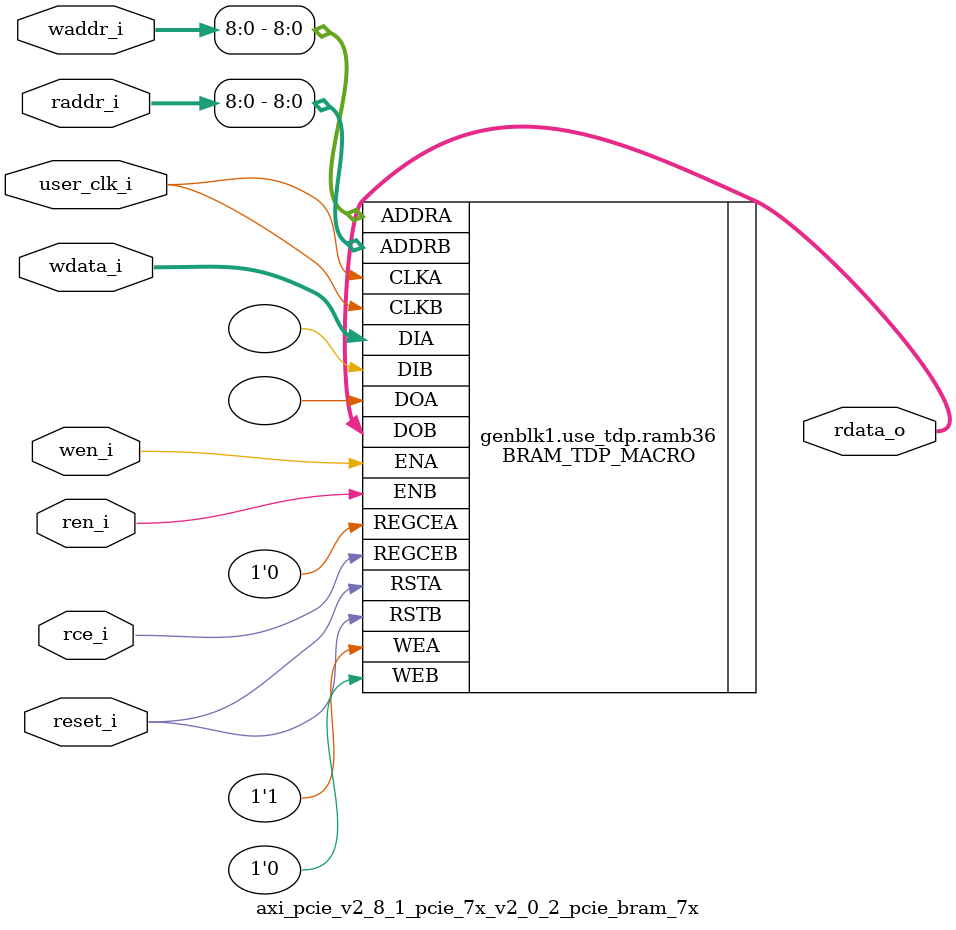
<source format=v>

`timescale 1ps/1ps

module axi_pcie_v2_8_1_pcie_7x_v2_0_2_pcie_bram_7x
  #(
    parameter [3:0]  LINK_CAP_MAX_LINK_SPEED = 4'h1,        // PCIe Link Speed : 1 - 2.5 GT/s; 2 - 5.0 GT/s
    parameter [5:0]  LINK_CAP_MAX_LINK_WIDTH = 6'h08,       // PCIe Link Width : 1 / 2 / 4 / 8
    parameter IMPL_TARGET = "HARD",                         // the implementation target : HARD, SOFT
    parameter DOB_REG = 0,                                  // 1 - use the output register;
                                                            // 0 - don't use the output register
    parameter WIDTH = 0                                     // supported WIDTH's : 4, 9, 18, 36 - uses RAMB36
                                                            //                     72 - uses RAMB36SDP
    )
    (
     input               user_clk_i,// user clock
     input               reset_i,   // bram reset

     input               wen_i,     // write enable
     input [12:0]        waddr_i,   // write address
     input [WIDTH - 1:0] wdata_i,   // write data

     input               ren_i,     // read enable
     input               rce_i,     // output register clock enable
     input [12:0]        raddr_i,   // read address

     output [WIDTH - 1:0] rdata_o   // read data
     );

   // map the address bits
   localparam ADDR_MSB = ((WIDTH == 4)  ? 12 :
                          (WIDTH == 9)  ? 11 :
                          (WIDTH == 18) ? 10 :
                          (WIDTH == 36) ?  9 :
                                           8
                          );

   // set the width of the tied off low address bits
   localparam ADDR_LO_BITS = ((WIDTH == 4)  ? 2 :
                              (WIDTH == 9)  ? 3 :
                              (WIDTH == 18) ? 4 :
                              (WIDTH == 36) ? 5 :
                                              0 // for WIDTH 72 use RAMB36SDP
                              );

   // map the data bits
   localparam D_MSB =  ((WIDTH == 4)  ?  3 :
                        (WIDTH == 9)  ?  7 :
                        (WIDTH == 18) ? 15 :
                        (WIDTH == 36) ? 31 :
                                        63
                        );

   // map the data parity bits
   localparam DP_LSB =  D_MSB + 1;

   localparam DP_MSB =  ((WIDTH == 4)  ? 4 :
                         (WIDTH == 9)  ? 8 :
                         (WIDTH == 18) ? 17 :
                         (WIDTH == 36) ? 35 :
                                         71
                        );

   localparam DPW = DP_MSB - DP_LSB + 1;
   localparam WRITE_MODE = ((WIDTH == 72) && (!((LINK_CAP_MAX_LINK_SPEED == 4'h2) && (LINK_CAP_MAX_LINK_WIDTH == 6'h08)))) ? "WRITE_FIRST" :
                           ((LINK_CAP_MAX_LINK_SPEED == 4'h2) && (LINK_CAP_MAX_LINK_WIDTH == 6'h08)) ? "WRITE_FIRST" : "NO_CHANGE";

   localparam DEVICE = (IMPL_TARGET == "HARD") ? "7SERIES" : "VIRTEX6";
   localparam BRAM_SIZE = "36Kb";

   localparam WE_WIDTH =(DEVICE == "VIRTEX5" || DEVICE == "VIRTEX6" || DEVICE == "7SERIES") ?
                            ((WIDTH <= 9) ? 1 :
                             (WIDTH > 9 && WIDTH <= 18) ? 2 :
                             (WIDTH > 18 && WIDTH <= 36) ? 4 :
                             (WIDTH > 36 && WIDTH <= 72) ? 8 :
                             (BRAM_SIZE == "18Kb") ? 4 : 8 ) : 8;

   //synthesis translate_off
   initial begin
      //$display("[%t] %m DOB_REG %0d WIDTH %0d ADDR_MSB %0d ADDR_LO_BITS %0d DP_MSB %0d DP_LSB %0d D_MSB %0d",
      //          $time, DOB_REG,   WIDTH,    ADDR_MSB,    ADDR_LO_BITS,    DP_MSB,    DP_LSB,    D_MSB);

      case (WIDTH)
        4,9,18,36,72:;
        default:
          begin
             $display("[%t] %m Error WIDTH %0d not supported", $time, WIDTH);
             $finish;
          end
      endcase // case (WIDTH)
   end
   //synthesis translate_on

   generate
   if ((LINK_CAP_MAX_LINK_WIDTH == 6'h08 && LINK_CAP_MAX_LINK_SPEED == 4'h2) || (WIDTH == 72)) begin : use_sdp
        BRAM_SDP_MACRO #(
               .DEVICE        (DEVICE),
               .BRAM_SIZE     (BRAM_SIZE),
               .DO_REG        (DOB_REG),
               .READ_WIDTH    (WIDTH),
               .WRITE_WIDTH   (WIDTH),
               .WRITE_MODE    (WRITE_MODE)
               )
        ramb36sdp(
               .DO             (rdata_o[WIDTH-1:0]),
               .DI             (wdata_i[WIDTH-1:0]),
               .RDADDR         (raddr_i[ADDR_MSB:0]),
               .RDCLK          (user_clk_i),
               .RDEN           (ren_i),
               .REGCE          (rce_i),
               .RST            (reset_i),
               .WE             ({WE_WIDTH{1'b1}}),
               .WRADDR         (waddr_i[ADDR_MSB:0]),
               .WRCLK          (user_clk_i),
               .WREN           (wen_i)
               );

    end  // block: use_sdp
    else if (WIDTH <= 36) begin : use_tdp
    // use RAMB36's if the width is 4, 9, 18, or 36
        BRAM_TDP_MACRO #(
               .DEVICE        (DEVICE),
               .BRAM_SIZE     (BRAM_SIZE),
               .DOA_REG       (0),
               .DOB_REG       (DOB_REG),
               .READ_WIDTH_A  (WIDTH),
               .READ_WIDTH_B  (WIDTH),
               .WRITE_WIDTH_A (WIDTH),
               .WRITE_WIDTH_B (WIDTH),
               .WRITE_MODE_A  (WRITE_MODE)
               )
        ramb36(
               .DOA            (),
               .DOB            (rdata_o[WIDTH-1:0]),
               .ADDRA          (waddr_i[ADDR_MSB:0]),
               .ADDRB          (raddr_i[ADDR_MSB:0]),
               .CLKA           (user_clk_i),
               .CLKB           (user_clk_i),
               .DIA            (wdata_i[WIDTH-1:0]),
               .DIB            ({WIDTH{1'b0}}),
               .ENA            (wen_i),
               .ENB            (ren_i),
               .REGCEA         (1'b0),
               .REGCEB         (rce_i),
               .RSTA           (reset_i),
               .RSTB           (reset_i),
               .WEA            ({WE_WIDTH{1'b1}}),
               .WEB            ({WE_WIDTH{1'b0}})
               );
   end // block: use_tdp
   endgenerate

endmodule // pcie_bram_7x


</source>
